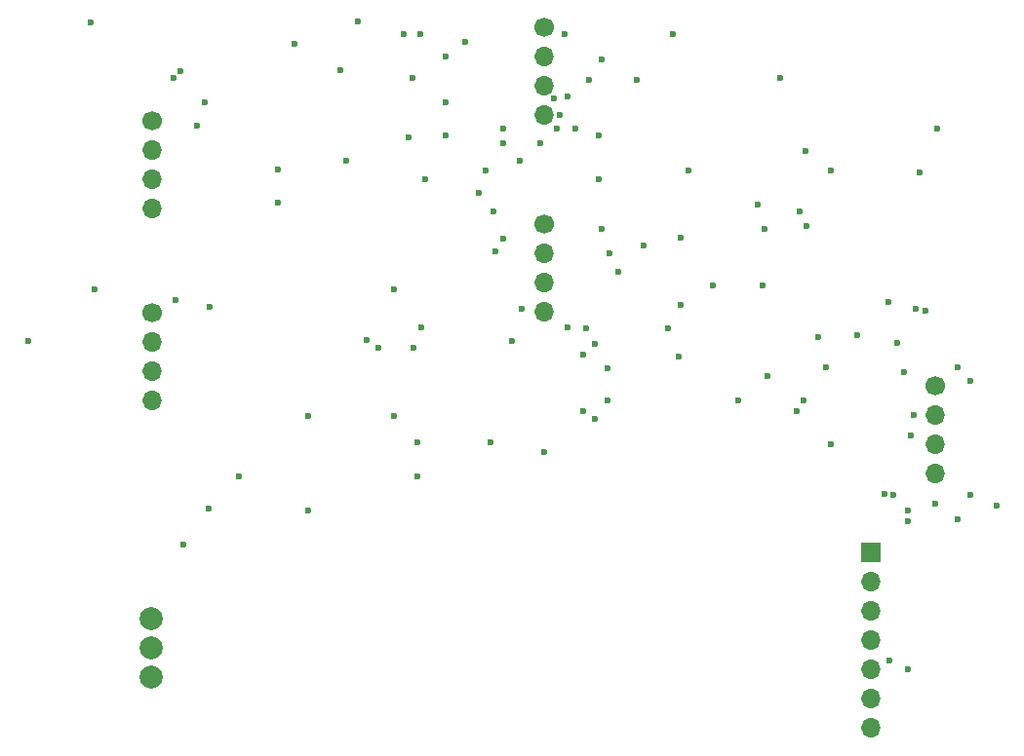
<source format=gbr>
%TF.GenerationSoftware,KiCad,Pcbnew,9.0.0*%
%TF.CreationDate,2025-04-19T15:35:31+09:00*%
%TF.ProjectId,nofy_V2_R,6e6f6679-5f56-4325-9f52-2e6b69636164,rev?*%
%TF.SameCoordinates,Original*%
%TF.FileFunction,Soldermask,Top*%
%TF.FilePolarity,Negative*%
%FSLAX46Y46*%
G04 Gerber Fmt 4.6, Leading zero omitted, Abs format (unit mm)*
G04 Created by KiCad (PCBNEW 9.0.0) date 2025-04-19 15:35:31*
%MOMM*%
%LPD*%
G01*
G04 APERTURE LIST*
%ADD10C,1.700000*%
%ADD11O,1.700000X1.700000*%
%ADD12R,1.700000X1.700000*%
%ADD13C,2.000000*%
%ADD14C,0.600000*%
G04 APERTURE END LIST*
D10*
%TO.C,J32*%
X105312500Y-63325850D03*
D11*
X105312500Y-65865850D03*
X105312500Y-68405850D03*
X105312500Y-70945850D03*
%TD*%
D10*
%TO.C,Con_L_12*%
X71312500Y-32225850D03*
D11*
X71312500Y-34765850D03*
X71312500Y-37305850D03*
X71312500Y-39845850D03*
%TD*%
D10*
%TO.C,Con_L_8*%
X37312500Y-40330850D03*
D11*
X37312500Y-42870850D03*
X37312500Y-45410850D03*
X37312500Y-47950850D03*
%TD*%
D10*
%TO.C,Con_L_10*%
X37312500Y-57025850D03*
D11*
X37312500Y-59565850D03*
X37312500Y-62105850D03*
X37312500Y-64645850D03*
%TD*%
D12*
%TO.C,J9*%
X99712500Y-77865850D03*
D11*
X99712500Y-80405850D03*
X99712500Y-82945850D03*
X99712500Y-85485850D03*
X99712500Y-88025850D03*
X99712500Y-90565850D03*
X99712500Y-93105850D03*
%TD*%
D10*
%TO.C,Con_L_14*%
X71312500Y-49285850D03*
D11*
X71312500Y-51825850D03*
X71312500Y-54365850D03*
X71312500Y-56905850D03*
%TD*%
D13*
%TO.C,SW4*%
X37212500Y-88625850D03*
X37212500Y-83625850D03*
X37212500Y-86125850D03*
%TD*%
D14*
X100864200Y-72757550D03*
X71312500Y-69114150D03*
X93281100Y-65518950D03*
X74767100Y-60650450D03*
X74767100Y-65518950D03*
X75715100Y-66215450D03*
X60037500Y-60036150D03*
X59580900Y-41750150D03*
X103201300Y-67703050D03*
X75715100Y-59710350D03*
X107253900Y-61755950D03*
X73419200Y-38192850D03*
X101313400Y-87230450D03*
X102900400Y-75106650D03*
X83038800Y-60786850D03*
X75005400Y-58332750D03*
X107253900Y-74979350D03*
X102900400Y-87979450D03*
X82143500Y-58354750D03*
X72215800Y-38389150D03*
X101976200Y-59633350D03*
X101658180Y-72855526D03*
X41873400Y-38675850D03*
X73133200Y-32752450D03*
X90289300Y-54618150D03*
X82550600Y-32752450D03*
X108378500Y-72869650D03*
X39988500Y-77177950D03*
X62773100Y-34766950D03*
X90710800Y-62475550D03*
X108378500Y-62884050D03*
X62774200Y-38675850D03*
X86002200Y-54618150D03*
X39362500Y-55875850D03*
X32345500Y-54928450D03*
X58312500Y-54928450D03*
X66287500Y-44600450D03*
X76062500Y-45406850D03*
X76337500Y-35025450D03*
X91862500Y-36632750D03*
X26523500Y-59482650D03*
X56991000Y-60048050D03*
X50870700Y-65968950D03*
X58312500Y-65968950D03*
X42337500Y-56501450D03*
X69379600Y-56646950D03*
X60332100Y-71254550D03*
X66710300Y-68300750D03*
X44872500Y-71254550D03*
X60332100Y-68300750D03*
X62799500Y-41625550D03*
X76062500Y-41625550D03*
X76337500Y-49732250D03*
X90469200Y-49732250D03*
X64485900Y-33490950D03*
X49671200Y-33631850D03*
X32012500Y-31725850D03*
X55162500Y-31653150D03*
X94003600Y-42934250D03*
X70988000Y-42227250D03*
X73347700Y-58236850D03*
X67823900Y-42227250D03*
X60656800Y-58236850D03*
X103953700Y-44786950D03*
X80004900Y-51142350D03*
X96262500Y-44675850D03*
X83860800Y-44599250D03*
X67099600Y-51680550D03*
X67760600Y-50602850D03*
X66917700Y-48181250D03*
X98504800Y-58928750D03*
X94153300Y-49475550D03*
X95112500Y-59084750D03*
X104433000Y-56868450D03*
X74021000Y-41017250D03*
X67788500Y-41017250D03*
X75228200Y-36753450D03*
X72483300Y-41017250D03*
X60573900Y-32819550D03*
X79364200Y-36753450D03*
X59119400Y-32775850D03*
X93551600Y-48225050D03*
X95857200Y-61707250D03*
X65669700Y-46584650D03*
X102947600Y-74216250D03*
X102582100Y-62193750D03*
X105312250Y-73626100D03*
X110629900Y-73769850D03*
X59912500Y-36606250D03*
X39180100Y-36606250D03*
X41198500Y-40739850D03*
X72700600Y-39845850D03*
X50867400Y-74224550D03*
X54162500Y-43775250D03*
X103631300Y-56679550D03*
X83166400Y-50521150D03*
X42241900Y-73974050D03*
X83166400Y-56324150D03*
X69212500Y-43775250D03*
X55966700Y-59360850D03*
X103476500Y-65865850D03*
X77006100Y-51825850D03*
X101229100Y-56077850D03*
X77795600Y-53419550D03*
X68578900Y-59457950D03*
X76887800Y-64634650D03*
X96245600Y-68405850D03*
X76887800Y-61796550D03*
X88162500Y-64634650D03*
X93869400Y-64634650D03*
X60982300Y-45372350D03*
X48199100Y-44532150D03*
X48199100Y-47421450D03*
X89859000Y-47560950D03*
X53669800Y-35917550D03*
X39806500Y-36002550D03*
X105462500Y-40964650D03*
M02*

</source>
